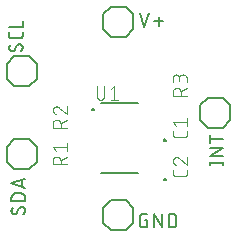
<source format=gbr>
G04 EAGLE Gerber RS-274X export*
G75*
%MOMM*%
%FSLAX34Y34*%
%LPD*%
%INSilkscreen Top*%
%IPPOS*%
%AMOC8*
5,1,8,0,0,1.08239X$1,22.5*%
G01*
%ADD10C,0.152400*%
%ADD11C,0.076200*%
%ADD12C,0.127000*%


D10*
X139300Y80866D02*
X139354Y80868D01*
X139408Y80874D01*
X139462Y80883D01*
X139515Y80897D01*
X139566Y80914D01*
X139617Y80935D01*
X139665Y80959D01*
X139712Y80987D01*
X139757Y81018D01*
X139799Y81052D01*
X139839Y81089D01*
X139876Y81129D01*
X139910Y81171D01*
X139941Y81216D01*
X139969Y81263D01*
X139993Y81311D01*
X140014Y81362D01*
X140031Y81413D01*
X140045Y81466D01*
X140054Y81520D01*
X140060Y81574D01*
X140062Y81628D01*
X140060Y81682D01*
X140054Y81736D01*
X140045Y81790D01*
X140031Y81843D01*
X140014Y81894D01*
X139993Y81945D01*
X139969Y81993D01*
X139941Y82040D01*
X139910Y82085D01*
X139876Y82127D01*
X139839Y82167D01*
X139799Y82204D01*
X139757Y82238D01*
X139712Y82269D01*
X139665Y82297D01*
X139617Y82321D01*
X139566Y82342D01*
X139515Y82359D01*
X139462Y82373D01*
X139408Y82382D01*
X139354Y82388D01*
X139300Y82390D01*
X139246Y82388D01*
X139192Y82382D01*
X139138Y82373D01*
X139085Y82359D01*
X139034Y82342D01*
X138983Y82321D01*
X138935Y82297D01*
X138888Y82269D01*
X138843Y82238D01*
X138801Y82204D01*
X138761Y82167D01*
X138724Y82127D01*
X138690Y82085D01*
X138659Y82040D01*
X138631Y81993D01*
X138607Y81945D01*
X138586Y81894D01*
X138569Y81843D01*
X138555Y81790D01*
X138546Y81736D01*
X138540Y81682D01*
X138538Y81628D01*
X138540Y81574D01*
X138546Y81520D01*
X138555Y81466D01*
X138569Y81413D01*
X138586Y81362D01*
X138607Y81311D01*
X138631Y81263D01*
X138659Y81216D01*
X138690Y81171D01*
X138724Y81129D01*
X138761Y81089D01*
X138801Y81052D01*
X138843Y81018D01*
X138888Y80987D01*
X138935Y80959D01*
X138983Y80935D01*
X139034Y80914D01*
X139085Y80897D01*
X139138Y80883D01*
X139192Y80874D01*
X139246Y80868D01*
X139300Y80866D01*
D11*
X157969Y86868D02*
X157969Y89521D01*
X157969Y86868D02*
X157967Y86766D01*
X157961Y86665D01*
X157951Y86564D01*
X157938Y86463D01*
X157920Y86363D01*
X157899Y86264D01*
X157874Y86165D01*
X157845Y86068D01*
X157813Y85971D01*
X157777Y85876D01*
X157737Y85783D01*
X157694Y85691D01*
X157647Y85601D01*
X157596Y85512D01*
X157543Y85426D01*
X157486Y85342D01*
X157426Y85260D01*
X157363Y85180D01*
X157297Y85103D01*
X157228Y85028D01*
X157156Y84956D01*
X157081Y84887D01*
X157004Y84821D01*
X156924Y84758D01*
X156842Y84698D01*
X156758Y84641D01*
X156672Y84588D01*
X156583Y84537D01*
X156493Y84490D01*
X156401Y84447D01*
X156308Y84407D01*
X156213Y84371D01*
X156116Y84339D01*
X156019Y84310D01*
X155920Y84285D01*
X155821Y84264D01*
X155721Y84246D01*
X155620Y84233D01*
X155519Y84223D01*
X155418Y84217D01*
X155316Y84215D01*
X148684Y84215D01*
X148582Y84217D01*
X148481Y84223D01*
X148380Y84233D01*
X148279Y84246D01*
X148179Y84264D01*
X148080Y84285D01*
X147981Y84310D01*
X147884Y84339D01*
X147787Y84371D01*
X147692Y84407D01*
X147599Y84447D01*
X147507Y84490D01*
X147417Y84537D01*
X147328Y84588D01*
X147242Y84641D01*
X147158Y84698D01*
X147076Y84758D01*
X146996Y84821D01*
X146919Y84887D01*
X146844Y84956D01*
X146772Y85028D01*
X146703Y85103D01*
X146637Y85180D01*
X146574Y85260D01*
X146514Y85342D01*
X146457Y85426D01*
X146404Y85512D01*
X146353Y85601D01*
X146306Y85691D01*
X146263Y85783D01*
X146223Y85876D01*
X146187Y85971D01*
X146155Y86067D01*
X146126Y86165D01*
X146101Y86263D01*
X146080Y86363D01*
X146062Y86463D01*
X146049Y86564D01*
X146039Y86665D01*
X146033Y86766D01*
X146031Y86868D01*
X146031Y89521D01*
X148684Y93769D02*
X146031Y97085D01*
X157969Y97085D01*
X157969Y93769D02*
X157969Y100401D01*
D10*
X139300Y49290D02*
X139354Y49288D01*
X139408Y49282D01*
X139462Y49273D01*
X139515Y49259D01*
X139566Y49242D01*
X139617Y49221D01*
X139665Y49197D01*
X139712Y49169D01*
X139757Y49138D01*
X139799Y49104D01*
X139839Y49067D01*
X139876Y49027D01*
X139910Y48985D01*
X139941Y48940D01*
X139969Y48893D01*
X139993Y48845D01*
X140014Y48794D01*
X140031Y48743D01*
X140045Y48690D01*
X140054Y48636D01*
X140060Y48582D01*
X140062Y48528D01*
X140060Y48474D01*
X140054Y48420D01*
X140045Y48366D01*
X140031Y48313D01*
X140014Y48262D01*
X139993Y48211D01*
X139969Y48163D01*
X139941Y48116D01*
X139910Y48071D01*
X139876Y48029D01*
X139839Y47989D01*
X139799Y47952D01*
X139757Y47918D01*
X139712Y47887D01*
X139665Y47859D01*
X139617Y47835D01*
X139566Y47814D01*
X139515Y47797D01*
X139462Y47783D01*
X139408Y47774D01*
X139354Y47768D01*
X139300Y47766D01*
X139246Y47768D01*
X139192Y47774D01*
X139138Y47783D01*
X139085Y47797D01*
X139034Y47814D01*
X138983Y47835D01*
X138935Y47859D01*
X138888Y47887D01*
X138843Y47918D01*
X138801Y47952D01*
X138761Y47989D01*
X138724Y48029D01*
X138690Y48071D01*
X138659Y48116D01*
X138631Y48163D01*
X138607Y48211D01*
X138586Y48262D01*
X138569Y48313D01*
X138555Y48366D01*
X138546Y48420D01*
X138540Y48474D01*
X138538Y48528D01*
X138540Y48582D01*
X138546Y48636D01*
X138555Y48690D01*
X138569Y48743D01*
X138586Y48794D01*
X138607Y48845D01*
X138631Y48893D01*
X138659Y48940D01*
X138690Y48985D01*
X138724Y49027D01*
X138761Y49067D01*
X138801Y49104D01*
X138843Y49138D01*
X138888Y49169D01*
X138935Y49197D01*
X138983Y49221D01*
X139034Y49242D01*
X139085Y49259D01*
X139138Y49273D01*
X139192Y49282D01*
X139246Y49288D01*
X139300Y49290D01*
D11*
X157969Y53768D02*
X157969Y56421D01*
X157969Y53768D02*
X157967Y53666D01*
X157961Y53565D01*
X157951Y53464D01*
X157938Y53363D01*
X157920Y53263D01*
X157899Y53164D01*
X157874Y53065D01*
X157845Y52968D01*
X157813Y52871D01*
X157777Y52776D01*
X157737Y52683D01*
X157694Y52591D01*
X157647Y52501D01*
X157596Y52412D01*
X157543Y52326D01*
X157486Y52242D01*
X157426Y52160D01*
X157363Y52080D01*
X157297Y52003D01*
X157228Y51928D01*
X157156Y51856D01*
X157081Y51787D01*
X157004Y51721D01*
X156924Y51658D01*
X156842Y51598D01*
X156758Y51541D01*
X156672Y51488D01*
X156583Y51437D01*
X156493Y51390D01*
X156401Y51347D01*
X156308Y51307D01*
X156213Y51271D01*
X156116Y51239D01*
X156019Y51210D01*
X155920Y51185D01*
X155821Y51164D01*
X155721Y51146D01*
X155620Y51133D01*
X155519Y51123D01*
X155418Y51117D01*
X155316Y51115D01*
X148684Y51115D01*
X148582Y51117D01*
X148481Y51123D01*
X148380Y51133D01*
X148279Y51146D01*
X148179Y51164D01*
X148080Y51185D01*
X147981Y51210D01*
X147884Y51239D01*
X147787Y51271D01*
X147692Y51307D01*
X147599Y51347D01*
X147507Y51390D01*
X147417Y51437D01*
X147328Y51488D01*
X147242Y51541D01*
X147158Y51598D01*
X147076Y51658D01*
X146996Y51721D01*
X146919Y51787D01*
X146844Y51856D01*
X146772Y51928D01*
X146703Y52003D01*
X146637Y52080D01*
X146574Y52160D01*
X146514Y52242D01*
X146457Y52326D01*
X146404Y52412D01*
X146353Y52501D01*
X146306Y52591D01*
X146263Y52683D01*
X146223Y52776D01*
X146187Y52871D01*
X146155Y52967D01*
X146126Y53065D01*
X146101Y53163D01*
X146080Y53263D01*
X146062Y53363D01*
X146049Y53464D01*
X146039Y53565D01*
X146033Y53666D01*
X146031Y53768D01*
X146031Y56421D01*
X146031Y64317D02*
X146033Y64424D01*
X146039Y64530D01*
X146048Y64636D01*
X146061Y64742D01*
X146078Y64847D01*
X146099Y64952D01*
X146124Y65055D01*
X146152Y65158D01*
X146184Y65260D01*
X146219Y65360D01*
X146258Y65459D01*
X146301Y65557D01*
X146347Y65653D01*
X146396Y65748D01*
X146449Y65840D01*
X146505Y65931D01*
X146564Y66019D01*
X146626Y66106D01*
X146692Y66190D01*
X146760Y66272D01*
X146831Y66351D01*
X146905Y66428D01*
X146982Y66502D01*
X147061Y66573D01*
X147143Y66641D01*
X147227Y66707D01*
X147314Y66769D01*
X147402Y66828D01*
X147493Y66884D01*
X147585Y66937D01*
X147680Y66986D01*
X147776Y67032D01*
X147874Y67075D01*
X147973Y67114D01*
X148073Y67149D01*
X148175Y67181D01*
X148278Y67209D01*
X148381Y67234D01*
X148486Y67255D01*
X148591Y67272D01*
X148697Y67285D01*
X148803Y67294D01*
X148909Y67300D01*
X149016Y67302D01*
X146031Y64317D02*
X146033Y64196D01*
X146039Y64076D01*
X146048Y63956D01*
X146061Y63836D01*
X146078Y63717D01*
X146099Y63598D01*
X146123Y63480D01*
X146152Y63363D01*
X146183Y63247D01*
X146219Y63131D01*
X146258Y63017D01*
X146301Y62905D01*
X146347Y62793D01*
X146396Y62683D01*
X146450Y62575D01*
X146506Y62469D01*
X146566Y62364D01*
X146629Y62261D01*
X146695Y62161D01*
X146764Y62062D01*
X146837Y61966D01*
X146912Y61872D01*
X146990Y61780D01*
X147072Y61691D01*
X147156Y61604D01*
X147242Y61520D01*
X147331Y61439D01*
X147423Y61361D01*
X147517Y61286D01*
X147614Y61214D01*
X147712Y61144D01*
X147813Y61078D01*
X147916Y61015D01*
X148021Y60956D01*
X148127Y60899D01*
X148236Y60846D01*
X148345Y60797D01*
X148457Y60751D01*
X148570Y60708D01*
X148684Y60670D01*
X151338Y66307D02*
X151258Y66387D01*
X151176Y66465D01*
X151092Y66539D01*
X151004Y66611D01*
X150915Y66679D01*
X150822Y66745D01*
X150728Y66807D01*
X150632Y66865D01*
X150533Y66920D01*
X150433Y66972D01*
X150331Y67020D01*
X150227Y67065D01*
X150122Y67105D01*
X150015Y67142D01*
X149907Y67176D01*
X149798Y67205D01*
X149688Y67231D01*
X149577Y67252D01*
X149466Y67270D01*
X149354Y67284D01*
X149242Y67294D01*
X149129Y67300D01*
X149016Y67302D01*
X151337Y66306D02*
X157969Y60669D01*
X157969Y67301D01*
X56369Y61247D02*
X44431Y61247D01*
X44431Y64563D01*
X44433Y64677D01*
X44439Y64792D01*
X44449Y64906D01*
X44463Y65019D01*
X44480Y65133D01*
X44502Y65245D01*
X44527Y65357D01*
X44557Y65467D01*
X44590Y65577D01*
X44627Y65685D01*
X44667Y65792D01*
X44712Y65898D01*
X44759Y66002D01*
X44811Y66104D01*
X44866Y66204D01*
X44924Y66303D01*
X44986Y66399D01*
X45051Y66494D01*
X45119Y66585D01*
X45191Y66675D01*
X45265Y66762D01*
X45342Y66846D01*
X45423Y66928D01*
X45506Y67007D01*
X45591Y67083D01*
X45680Y67156D01*
X45770Y67225D01*
X45863Y67292D01*
X45959Y67355D01*
X46056Y67415D01*
X46156Y67472D01*
X46257Y67525D01*
X46360Y67575D01*
X46465Y67621D01*
X46571Y67664D01*
X46679Y67702D01*
X46788Y67737D01*
X46898Y67768D01*
X47009Y67796D01*
X47121Y67819D01*
X47234Y67839D01*
X47347Y67855D01*
X47461Y67867D01*
X47575Y67875D01*
X47690Y67879D01*
X47804Y67879D01*
X47919Y67875D01*
X48033Y67867D01*
X48147Y67855D01*
X48260Y67839D01*
X48373Y67819D01*
X48485Y67796D01*
X48596Y67768D01*
X48706Y67737D01*
X48815Y67702D01*
X48923Y67664D01*
X49029Y67621D01*
X49134Y67575D01*
X49237Y67525D01*
X49338Y67472D01*
X49438Y67415D01*
X49535Y67355D01*
X49631Y67292D01*
X49724Y67225D01*
X49814Y67156D01*
X49903Y67083D01*
X49988Y67007D01*
X50071Y66928D01*
X50152Y66846D01*
X50229Y66762D01*
X50303Y66675D01*
X50375Y66585D01*
X50443Y66494D01*
X50508Y66399D01*
X50570Y66303D01*
X50628Y66204D01*
X50683Y66104D01*
X50735Y66002D01*
X50782Y65898D01*
X50827Y65792D01*
X50867Y65685D01*
X50904Y65577D01*
X50937Y65467D01*
X50967Y65357D01*
X50992Y65245D01*
X51014Y65133D01*
X51031Y65019D01*
X51045Y64906D01*
X51055Y64792D01*
X51061Y64677D01*
X51063Y64563D01*
X51063Y61247D01*
X51063Y65226D02*
X56369Y67879D01*
X47084Y72613D02*
X44431Y75929D01*
X56369Y75929D01*
X56369Y72613D02*
X56369Y79245D01*
X56369Y92315D02*
X44431Y92315D01*
X44431Y95631D01*
X44433Y95745D01*
X44439Y95860D01*
X44449Y95974D01*
X44463Y96087D01*
X44480Y96201D01*
X44502Y96313D01*
X44527Y96425D01*
X44557Y96535D01*
X44590Y96645D01*
X44627Y96753D01*
X44667Y96860D01*
X44712Y96966D01*
X44759Y97070D01*
X44811Y97172D01*
X44866Y97272D01*
X44924Y97371D01*
X44986Y97467D01*
X45051Y97562D01*
X45119Y97653D01*
X45191Y97743D01*
X45265Y97830D01*
X45342Y97914D01*
X45423Y97996D01*
X45506Y98075D01*
X45591Y98151D01*
X45680Y98224D01*
X45770Y98293D01*
X45863Y98360D01*
X45959Y98423D01*
X46056Y98483D01*
X46156Y98540D01*
X46257Y98593D01*
X46360Y98643D01*
X46465Y98689D01*
X46571Y98732D01*
X46679Y98770D01*
X46788Y98805D01*
X46898Y98836D01*
X47009Y98864D01*
X47121Y98887D01*
X47234Y98907D01*
X47347Y98923D01*
X47461Y98935D01*
X47575Y98943D01*
X47690Y98947D01*
X47804Y98947D01*
X47919Y98943D01*
X48033Y98935D01*
X48147Y98923D01*
X48260Y98907D01*
X48373Y98887D01*
X48485Y98864D01*
X48596Y98836D01*
X48706Y98805D01*
X48815Y98770D01*
X48923Y98732D01*
X49029Y98689D01*
X49134Y98643D01*
X49237Y98593D01*
X49338Y98540D01*
X49438Y98483D01*
X49535Y98423D01*
X49631Y98360D01*
X49724Y98293D01*
X49814Y98224D01*
X49903Y98151D01*
X49988Y98075D01*
X50071Y97996D01*
X50152Y97914D01*
X50229Y97830D01*
X50303Y97743D01*
X50375Y97653D01*
X50443Y97562D01*
X50508Y97467D01*
X50570Y97371D01*
X50628Y97272D01*
X50683Y97172D01*
X50735Y97070D01*
X50782Y96966D01*
X50827Y96860D01*
X50867Y96753D01*
X50904Y96645D01*
X50937Y96535D01*
X50967Y96425D01*
X50992Y96313D01*
X51014Y96201D01*
X51031Y96087D01*
X51045Y95974D01*
X51055Y95860D01*
X51061Y95745D01*
X51063Y95631D01*
X51063Y92315D01*
X51063Y96294D02*
X56369Y98947D01*
X47416Y110313D02*
X47309Y110311D01*
X47203Y110305D01*
X47097Y110296D01*
X46991Y110283D01*
X46886Y110266D01*
X46781Y110245D01*
X46678Y110220D01*
X46575Y110192D01*
X46473Y110160D01*
X46373Y110125D01*
X46274Y110086D01*
X46176Y110043D01*
X46080Y109997D01*
X45985Y109948D01*
X45893Y109895D01*
X45802Y109839D01*
X45714Y109780D01*
X45627Y109718D01*
X45543Y109652D01*
X45461Y109584D01*
X45382Y109513D01*
X45305Y109439D01*
X45231Y109362D01*
X45160Y109283D01*
X45092Y109201D01*
X45026Y109117D01*
X44964Y109030D01*
X44905Y108942D01*
X44849Y108851D01*
X44796Y108759D01*
X44747Y108664D01*
X44701Y108568D01*
X44658Y108470D01*
X44619Y108371D01*
X44584Y108271D01*
X44552Y108169D01*
X44524Y108066D01*
X44499Y107963D01*
X44478Y107858D01*
X44461Y107753D01*
X44448Y107647D01*
X44439Y107541D01*
X44433Y107435D01*
X44431Y107328D01*
X44433Y107207D01*
X44439Y107087D01*
X44448Y106967D01*
X44461Y106847D01*
X44478Y106728D01*
X44499Y106609D01*
X44523Y106491D01*
X44552Y106374D01*
X44583Y106258D01*
X44619Y106142D01*
X44658Y106028D01*
X44701Y105916D01*
X44747Y105804D01*
X44796Y105694D01*
X44850Y105586D01*
X44906Y105480D01*
X44966Y105375D01*
X45029Y105272D01*
X45095Y105172D01*
X45164Y105073D01*
X45237Y104977D01*
X45312Y104883D01*
X45390Y104791D01*
X45472Y104702D01*
X45556Y104615D01*
X45642Y104531D01*
X45731Y104450D01*
X45823Y104372D01*
X45917Y104297D01*
X46014Y104225D01*
X46112Y104155D01*
X46213Y104089D01*
X46316Y104026D01*
X46421Y103967D01*
X46527Y103910D01*
X46636Y103857D01*
X46745Y103808D01*
X46857Y103762D01*
X46970Y103719D01*
X47084Y103681D01*
X49738Y109318D02*
X49658Y109398D01*
X49576Y109476D01*
X49492Y109550D01*
X49404Y109622D01*
X49315Y109690D01*
X49222Y109756D01*
X49128Y109818D01*
X49032Y109876D01*
X48933Y109931D01*
X48833Y109983D01*
X48731Y110031D01*
X48627Y110076D01*
X48522Y110116D01*
X48415Y110153D01*
X48307Y110187D01*
X48198Y110216D01*
X48088Y110242D01*
X47977Y110263D01*
X47866Y110281D01*
X47754Y110295D01*
X47642Y110305D01*
X47529Y110311D01*
X47416Y110313D01*
X49737Y109318D02*
X56369Y103681D01*
X56369Y110313D01*
X146031Y119347D02*
X157969Y119347D01*
X146031Y119347D02*
X146031Y122663D01*
X146033Y122777D01*
X146039Y122892D01*
X146049Y123006D01*
X146063Y123119D01*
X146080Y123233D01*
X146102Y123345D01*
X146127Y123457D01*
X146157Y123567D01*
X146190Y123677D01*
X146227Y123785D01*
X146267Y123892D01*
X146312Y123998D01*
X146359Y124102D01*
X146411Y124204D01*
X146466Y124304D01*
X146524Y124403D01*
X146586Y124499D01*
X146651Y124594D01*
X146719Y124685D01*
X146791Y124775D01*
X146865Y124862D01*
X146942Y124946D01*
X147023Y125028D01*
X147106Y125107D01*
X147191Y125183D01*
X147280Y125256D01*
X147370Y125325D01*
X147463Y125392D01*
X147559Y125455D01*
X147656Y125515D01*
X147756Y125572D01*
X147857Y125625D01*
X147960Y125675D01*
X148065Y125721D01*
X148171Y125764D01*
X148279Y125802D01*
X148388Y125837D01*
X148498Y125868D01*
X148609Y125896D01*
X148721Y125919D01*
X148834Y125939D01*
X148947Y125955D01*
X149061Y125967D01*
X149175Y125975D01*
X149290Y125979D01*
X149404Y125979D01*
X149519Y125975D01*
X149633Y125967D01*
X149747Y125955D01*
X149860Y125939D01*
X149973Y125919D01*
X150085Y125896D01*
X150196Y125868D01*
X150306Y125837D01*
X150415Y125802D01*
X150523Y125764D01*
X150629Y125721D01*
X150734Y125675D01*
X150837Y125625D01*
X150938Y125572D01*
X151038Y125515D01*
X151135Y125455D01*
X151231Y125392D01*
X151324Y125325D01*
X151414Y125256D01*
X151503Y125183D01*
X151588Y125107D01*
X151671Y125028D01*
X151752Y124946D01*
X151829Y124862D01*
X151903Y124775D01*
X151975Y124685D01*
X152043Y124594D01*
X152108Y124499D01*
X152170Y124403D01*
X152228Y124304D01*
X152283Y124204D01*
X152335Y124102D01*
X152382Y123998D01*
X152427Y123892D01*
X152467Y123785D01*
X152504Y123677D01*
X152537Y123567D01*
X152567Y123457D01*
X152592Y123345D01*
X152614Y123233D01*
X152631Y123119D01*
X152645Y123006D01*
X152655Y122892D01*
X152661Y122777D01*
X152663Y122663D01*
X152663Y119347D01*
X152663Y123326D02*
X157969Y125979D01*
X157969Y130713D02*
X157969Y134029D01*
X157967Y134143D01*
X157961Y134258D01*
X157951Y134372D01*
X157937Y134485D01*
X157920Y134599D01*
X157898Y134711D01*
X157873Y134823D01*
X157843Y134933D01*
X157810Y135043D01*
X157773Y135151D01*
X157733Y135258D01*
X157688Y135364D01*
X157641Y135468D01*
X157589Y135570D01*
X157534Y135670D01*
X157476Y135769D01*
X157414Y135865D01*
X157349Y135960D01*
X157281Y136051D01*
X157209Y136141D01*
X157135Y136228D01*
X157058Y136312D01*
X156977Y136394D01*
X156894Y136473D01*
X156809Y136549D01*
X156720Y136622D01*
X156630Y136691D01*
X156537Y136758D01*
X156441Y136821D01*
X156344Y136881D01*
X156244Y136938D01*
X156143Y136991D01*
X156040Y137041D01*
X155935Y137087D01*
X155829Y137130D01*
X155721Y137168D01*
X155612Y137203D01*
X155502Y137234D01*
X155391Y137262D01*
X155279Y137285D01*
X155166Y137305D01*
X155053Y137321D01*
X154939Y137333D01*
X154825Y137341D01*
X154710Y137345D01*
X154596Y137345D01*
X154481Y137341D01*
X154367Y137333D01*
X154253Y137321D01*
X154140Y137305D01*
X154027Y137285D01*
X153915Y137262D01*
X153804Y137234D01*
X153694Y137203D01*
X153585Y137168D01*
X153477Y137130D01*
X153371Y137087D01*
X153266Y137041D01*
X153163Y136991D01*
X153062Y136938D01*
X152962Y136881D01*
X152865Y136821D01*
X152769Y136758D01*
X152676Y136691D01*
X152586Y136622D01*
X152497Y136549D01*
X152412Y136473D01*
X152329Y136394D01*
X152248Y136312D01*
X152171Y136228D01*
X152097Y136141D01*
X152025Y136051D01*
X151957Y135960D01*
X151892Y135865D01*
X151830Y135769D01*
X151772Y135670D01*
X151717Y135570D01*
X151665Y135468D01*
X151618Y135364D01*
X151573Y135258D01*
X151533Y135151D01*
X151496Y135043D01*
X151463Y134933D01*
X151433Y134823D01*
X151408Y134711D01*
X151386Y134599D01*
X151369Y134485D01*
X151355Y134372D01*
X151345Y134258D01*
X151339Y134143D01*
X151337Y134029D01*
X146031Y134692D02*
X146031Y130713D01*
X146031Y134692D02*
X146033Y134794D01*
X146039Y134895D01*
X146049Y134996D01*
X146062Y135097D01*
X146080Y135197D01*
X146101Y135296D01*
X146126Y135395D01*
X146155Y135492D01*
X146187Y135589D01*
X146223Y135684D01*
X146263Y135777D01*
X146306Y135869D01*
X146353Y135959D01*
X146404Y136048D01*
X146457Y136134D01*
X146514Y136218D01*
X146574Y136300D01*
X146637Y136380D01*
X146703Y136457D01*
X146772Y136532D01*
X146844Y136604D01*
X146919Y136673D01*
X146996Y136739D01*
X147076Y136802D01*
X147158Y136862D01*
X147242Y136919D01*
X147328Y136972D01*
X147417Y137023D01*
X147507Y137070D01*
X147599Y137113D01*
X147692Y137153D01*
X147787Y137189D01*
X147884Y137221D01*
X147981Y137250D01*
X148080Y137275D01*
X148179Y137296D01*
X148279Y137314D01*
X148380Y137327D01*
X148481Y137337D01*
X148582Y137343D01*
X148684Y137345D01*
X148786Y137343D01*
X148887Y137337D01*
X148988Y137327D01*
X149089Y137314D01*
X149189Y137296D01*
X149288Y137275D01*
X149387Y137250D01*
X149484Y137221D01*
X149581Y137189D01*
X149676Y137153D01*
X149769Y137113D01*
X149861Y137070D01*
X149951Y137023D01*
X150040Y136972D01*
X150126Y136919D01*
X150210Y136862D01*
X150292Y136802D01*
X150372Y136739D01*
X150449Y136673D01*
X150524Y136604D01*
X150596Y136532D01*
X150665Y136457D01*
X150731Y136380D01*
X150794Y136300D01*
X150854Y136218D01*
X150911Y136134D01*
X150964Y136048D01*
X151015Y135959D01*
X151062Y135869D01*
X151105Y135777D01*
X151145Y135684D01*
X151181Y135589D01*
X151213Y135492D01*
X151242Y135395D01*
X151267Y135296D01*
X151288Y135197D01*
X151306Y135097D01*
X151319Y134996D01*
X151329Y134895D01*
X151335Y134794D01*
X151337Y134692D01*
X151337Y132039D01*
D10*
X116948Y54182D02*
X85452Y54182D01*
X85452Y113618D02*
X116948Y113618D01*
X79356Y107776D02*
X79354Y107722D01*
X79348Y107668D01*
X79339Y107614D01*
X79325Y107561D01*
X79308Y107510D01*
X79287Y107459D01*
X79263Y107411D01*
X79235Y107364D01*
X79204Y107319D01*
X79170Y107277D01*
X79133Y107237D01*
X79093Y107200D01*
X79051Y107166D01*
X79006Y107135D01*
X78959Y107107D01*
X78911Y107083D01*
X78860Y107062D01*
X78809Y107045D01*
X78756Y107031D01*
X78702Y107022D01*
X78648Y107016D01*
X78594Y107014D01*
X78540Y107016D01*
X78486Y107022D01*
X78432Y107031D01*
X78379Y107045D01*
X78328Y107062D01*
X78277Y107083D01*
X78229Y107107D01*
X78182Y107135D01*
X78137Y107166D01*
X78095Y107200D01*
X78055Y107237D01*
X78018Y107277D01*
X77984Y107319D01*
X77953Y107364D01*
X77925Y107411D01*
X77901Y107459D01*
X77880Y107510D01*
X77863Y107561D01*
X77849Y107614D01*
X77840Y107668D01*
X77834Y107722D01*
X77832Y107776D01*
X77834Y107830D01*
X77840Y107884D01*
X77849Y107938D01*
X77863Y107991D01*
X77880Y108042D01*
X77901Y108093D01*
X77925Y108141D01*
X77953Y108188D01*
X77984Y108233D01*
X78018Y108275D01*
X78055Y108315D01*
X78095Y108352D01*
X78137Y108386D01*
X78182Y108417D01*
X78229Y108445D01*
X78277Y108469D01*
X78328Y108490D01*
X78379Y108507D01*
X78432Y108521D01*
X78486Y108530D01*
X78540Y108536D01*
X78594Y108538D01*
X78648Y108536D01*
X78702Y108530D01*
X78756Y108521D01*
X78809Y108507D01*
X78860Y108490D01*
X78911Y108469D01*
X78959Y108445D01*
X79006Y108417D01*
X79051Y108386D01*
X79093Y108352D01*
X79133Y108315D01*
X79170Y108275D01*
X79204Y108233D01*
X79235Y108188D01*
X79263Y108141D01*
X79287Y108093D01*
X79308Y108042D01*
X79325Y107991D01*
X79339Y107938D01*
X79348Y107884D01*
X79354Y107830D01*
X79356Y107776D01*
D11*
X81515Y119347D02*
X81515Y127969D01*
X81515Y119347D02*
X81517Y119233D01*
X81523Y119118D01*
X81533Y119004D01*
X81547Y118891D01*
X81564Y118777D01*
X81586Y118665D01*
X81611Y118553D01*
X81641Y118443D01*
X81674Y118333D01*
X81711Y118225D01*
X81751Y118118D01*
X81796Y118012D01*
X81843Y117908D01*
X81895Y117806D01*
X81950Y117706D01*
X82008Y117607D01*
X82070Y117511D01*
X82135Y117416D01*
X82203Y117325D01*
X82275Y117235D01*
X82349Y117148D01*
X82426Y117064D01*
X82507Y116982D01*
X82590Y116903D01*
X82675Y116827D01*
X82764Y116754D01*
X82854Y116685D01*
X82947Y116618D01*
X83043Y116555D01*
X83140Y116495D01*
X83240Y116438D01*
X83341Y116385D01*
X83444Y116335D01*
X83549Y116289D01*
X83655Y116246D01*
X83763Y116208D01*
X83872Y116173D01*
X83982Y116142D01*
X84093Y116114D01*
X84205Y116091D01*
X84318Y116071D01*
X84431Y116055D01*
X84545Y116043D01*
X84659Y116035D01*
X84774Y116031D01*
X84888Y116031D01*
X85003Y116035D01*
X85117Y116043D01*
X85231Y116055D01*
X85344Y116071D01*
X85457Y116091D01*
X85569Y116114D01*
X85680Y116142D01*
X85790Y116173D01*
X85899Y116208D01*
X86007Y116246D01*
X86113Y116289D01*
X86218Y116335D01*
X86321Y116385D01*
X86422Y116438D01*
X86522Y116495D01*
X86619Y116555D01*
X86715Y116618D01*
X86808Y116685D01*
X86898Y116754D01*
X86987Y116827D01*
X87072Y116903D01*
X87155Y116982D01*
X87236Y117064D01*
X87313Y117148D01*
X87387Y117235D01*
X87459Y117325D01*
X87527Y117416D01*
X87592Y117511D01*
X87654Y117607D01*
X87712Y117706D01*
X87767Y117806D01*
X87819Y117908D01*
X87866Y118012D01*
X87911Y118118D01*
X87951Y118225D01*
X87988Y118333D01*
X88021Y118443D01*
X88051Y118553D01*
X88076Y118665D01*
X88098Y118777D01*
X88115Y118891D01*
X88129Y119004D01*
X88139Y119118D01*
X88145Y119233D01*
X88147Y119347D01*
X88147Y127969D01*
X93326Y125316D02*
X96642Y127969D01*
X96642Y116031D01*
X93326Y116031D02*
X99958Y116031D01*
D10*
X175650Y117700D02*
X188350Y117700D01*
X194700Y111350D01*
X194700Y98650D01*
X188350Y92300D01*
X169300Y98650D02*
X169300Y111350D01*
X175650Y117700D01*
X169300Y98650D02*
X175650Y92300D01*
X188350Y92300D01*
D12*
X188903Y62193D02*
X177473Y62193D01*
X188903Y60923D02*
X188903Y63463D01*
X177473Y63463D02*
X177473Y60923D01*
X177473Y68543D02*
X188903Y68543D01*
X188903Y74893D02*
X177473Y68543D01*
X177473Y74893D02*
X188903Y74893D01*
X188903Y82767D02*
X177473Y82767D01*
X177473Y79592D02*
X177473Y85942D01*
D10*
X106350Y194700D02*
X93650Y194700D01*
X106350Y194700D02*
X112700Y188350D01*
X112700Y175650D01*
X106350Y169300D01*
X87300Y175650D02*
X87300Y188350D01*
X93650Y194700D01*
X87300Y175650D02*
X93650Y169300D01*
X106350Y169300D01*
D12*
X121983Y177923D02*
X118173Y189353D01*
X125793Y189353D02*
X121983Y177923D01*
X130365Y182368D02*
X137985Y182368D01*
X134175Y178558D02*
X134175Y186178D01*
D10*
X24350Y152700D02*
X11650Y152700D01*
X24350Y152700D02*
X30700Y146350D01*
X30700Y133650D01*
X24350Y127300D01*
X5300Y133650D02*
X5300Y146350D01*
X11650Y152700D01*
X5300Y133650D02*
X11650Y127300D01*
X24350Y127300D01*
D12*
X18903Y160733D02*
X18901Y160833D01*
X18895Y160932D01*
X18885Y161032D01*
X18872Y161130D01*
X18854Y161229D01*
X18833Y161326D01*
X18808Y161422D01*
X18779Y161518D01*
X18746Y161612D01*
X18710Y161705D01*
X18670Y161796D01*
X18626Y161886D01*
X18579Y161974D01*
X18529Y162060D01*
X18475Y162144D01*
X18418Y162226D01*
X18358Y162305D01*
X18294Y162383D01*
X18228Y162457D01*
X18159Y162529D01*
X18087Y162598D01*
X18013Y162664D01*
X17935Y162728D01*
X17856Y162788D01*
X17774Y162845D01*
X17690Y162899D01*
X17604Y162949D01*
X17516Y162996D01*
X17426Y163040D01*
X17335Y163080D01*
X17242Y163116D01*
X17148Y163149D01*
X17052Y163178D01*
X16956Y163203D01*
X16859Y163224D01*
X16760Y163242D01*
X16662Y163255D01*
X16562Y163265D01*
X16463Y163271D01*
X16363Y163273D01*
X18903Y160733D02*
X18901Y160592D01*
X18896Y160451D01*
X18886Y160310D01*
X18873Y160169D01*
X18857Y160029D01*
X18836Y159889D01*
X18812Y159750D01*
X18784Y159611D01*
X18753Y159474D01*
X18718Y159337D01*
X18680Y159201D01*
X18638Y159066D01*
X18592Y158933D01*
X18543Y158800D01*
X18490Y158669D01*
X18434Y158540D01*
X18375Y158411D01*
X18312Y158285D01*
X18246Y158160D01*
X18177Y158037D01*
X18104Y157916D01*
X18028Y157797D01*
X17949Y157679D01*
X17868Y157564D01*
X17783Y157452D01*
X17695Y157341D01*
X17604Y157233D01*
X17511Y157127D01*
X17414Y157024D01*
X17315Y156923D01*
X10013Y157241D02*
X9913Y157243D01*
X9814Y157249D01*
X9714Y157259D01*
X9616Y157272D01*
X9517Y157290D01*
X9420Y157311D01*
X9324Y157336D01*
X9228Y157365D01*
X9134Y157398D01*
X9041Y157434D01*
X8950Y157474D01*
X8860Y157518D01*
X8772Y157565D01*
X8686Y157615D01*
X8602Y157669D01*
X8520Y157726D01*
X8441Y157786D01*
X8363Y157850D01*
X8289Y157916D01*
X8217Y157985D01*
X8148Y158057D01*
X8082Y158131D01*
X8018Y158209D01*
X7958Y158288D01*
X7901Y158370D01*
X7847Y158454D01*
X7797Y158540D01*
X7750Y158628D01*
X7706Y158718D01*
X7666Y158809D01*
X7630Y158902D01*
X7597Y158996D01*
X7568Y159092D01*
X7543Y159188D01*
X7522Y159285D01*
X7504Y159384D01*
X7491Y159482D01*
X7481Y159582D01*
X7475Y159681D01*
X7473Y159781D01*
X7475Y159914D01*
X7480Y160047D01*
X7490Y160180D01*
X7503Y160313D01*
X7520Y160445D01*
X7540Y160577D01*
X7564Y160708D01*
X7592Y160838D01*
X7623Y160968D01*
X7658Y161096D01*
X7697Y161224D01*
X7739Y161350D01*
X7785Y161475D01*
X7834Y161599D01*
X7886Y161722D01*
X7942Y161843D01*
X8002Y161962D01*
X8064Y162080D01*
X8130Y162195D01*
X8199Y162309D01*
X8272Y162421D01*
X8347Y162531D01*
X8426Y162639D01*
X12236Y158510D02*
X12184Y158426D01*
X12129Y158343D01*
X12070Y158263D01*
X12009Y158185D01*
X11945Y158110D01*
X11877Y158037D01*
X11807Y157966D01*
X11735Y157899D01*
X11660Y157834D01*
X11582Y157772D01*
X11502Y157713D01*
X11420Y157657D01*
X11336Y157605D01*
X11250Y157556D01*
X11162Y157510D01*
X11072Y157467D01*
X10981Y157428D01*
X10888Y157393D01*
X10794Y157361D01*
X10699Y157333D01*
X10603Y157308D01*
X10506Y157288D01*
X10408Y157270D01*
X10310Y157257D01*
X10211Y157248D01*
X10112Y157242D01*
X10013Y157240D01*
X14140Y162003D02*
X14192Y162087D01*
X14247Y162170D01*
X14306Y162250D01*
X14367Y162328D01*
X14431Y162403D01*
X14499Y162476D01*
X14569Y162547D01*
X14641Y162614D01*
X14716Y162679D01*
X14794Y162741D01*
X14874Y162800D01*
X14956Y162856D01*
X15040Y162908D01*
X15126Y162957D01*
X15214Y163003D01*
X15304Y163046D01*
X15395Y163085D01*
X15488Y163120D01*
X15582Y163152D01*
X15677Y163180D01*
X15773Y163205D01*
X15870Y163225D01*
X15968Y163243D01*
X16066Y163256D01*
X16165Y163265D01*
X16264Y163271D01*
X16363Y163273D01*
X14141Y162003D02*
X12236Y158511D01*
X18903Y170475D02*
X18903Y173015D01*
X18903Y170475D02*
X18901Y170375D01*
X18895Y170276D01*
X18885Y170176D01*
X18872Y170078D01*
X18854Y169979D01*
X18833Y169882D01*
X18808Y169786D01*
X18779Y169690D01*
X18746Y169596D01*
X18710Y169503D01*
X18670Y169412D01*
X18626Y169322D01*
X18579Y169234D01*
X18529Y169148D01*
X18475Y169064D01*
X18418Y168982D01*
X18358Y168903D01*
X18294Y168825D01*
X18228Y168751D01*
X18159Y168679D01*
X18087Y168610D01*
X18013Y168544D01*
X17935Y168480D01*
X17856Y168420D01*
X17774Y168363D01*
X17690Y168309D01*
X17604Y168259D01*
X17516Y168212D01*
X17426Y168168D01*
X17335Y168128D01*
X17242Y168092D01*
X17148Y168059D01*
X17052Y168030D01*
X16956Y168005D01*
X16859Y167984D01*
X16760Y167966D01*
X16662Y167953D01*
X16562Y167943D01*
X16463Y167937D01*
X16363Y167935D01*
X10013Y167935D01*
X9913Y167937D01*
X9814Y167943D01*
X9714Y167953D01*
X9616Y167966D01*
X9517Y167984D01*
X9420Y168005D01*
X9324Y168030D01*
X9228Y168059D01*
X9134Y168092D01*
X9041Y168128D01*
X8950Y168168D01*
X8860Y168212D01*
X8772Y168259D01*
X8686Y168309D01*
X8602Y168363D01*
X8520Y168420D01*
X8441Y168480D01*
X8363Y168544D01*
X8289Y168610D01*
X8217Y168679D01*
X8148Y168751D01*
X8082Y168825D01*
X8018Y168903D01*
X7958Y168982D01*
X7901Y169064D01*
X7847Y169148D01*
X7797Y169234D01*
X7750Y169322D01*
X7706Y169412D01*
X7666Y169503D01*
X7630Y169596D01*
X7597Y169690D01*
X7568Y169786D01*
X7543Y169882D01*
X7522Y169979D01*
X7504Y170078D01*
X7491Y170176D01*
X7481Y170276D01*
X7475Y170375D01*
X7473Y170475D01*
X7473Y173015D01*
X7473Y177903D02*
X18903Y177903D01*
X18903Y182983D01*
D10*
X24350Y82700D02*
X11650Y82700D01*
X24350Y82700D02*
X30700Y76350D01*
X30700Y63650D01*
X24350Y57300D01*
X5300Y63650D02*
X5300Y76350D01*
X11650Y82700D01*
X5300Y63650D02*
X11650Y57300D01*
X24350Y57300D01*
D12*
X18363Y25273D02*
X18463Y25271D01*
X18562Y25265D01*
X18662Y25255D01*
X18760Y25242D01*
X18859Y25224D01*
X18956Y25203D01*
X19052Y25178D01*
X19148Y25149D01*
X19242Y25116D01*
X19335Y25080D01*
X19426Y25040D01*
X19516Y24996D01*
X19604Y24949D01*
X19690Y24899D01*
X19774Y24845D01*
X19856Y24788D01*
X19935Y24728D01*
X20013Y24664D01*
X20087Y24598D01*
X20159Y24529D01*
X20228Y24457D01*
X20294Y24383D01*
X20358Y24305D01*
X20418Y24226D01*
X20475Y24144D01*
X20529Y24060D01*
X20579Y23974D01*
X20626Y23886D01*
X20670Y23796D01*
X20710Y23705D01*
X20746Y23612D01*
X20779Y23518D01*
X20808Y23422D01*
X20833Y23326D01*
X20854Y23229D01*
X20872Y23130D01*
X20885Y23032D01*
X20895Y22932D01*
X20901Y22833D01*
X20903Y22733D01*
X20901Y22592D01*
X20896Y22451D01*
X20886Y22310D01*
X20873Y22169D01*
X20857Y22029D01*
X20836Y21889D01*
X20812Y21750D01*
X20784Y21611D01*
X20753Y21474D01*
X20718Y21337D01*
X20680Y21201D01*
X20638Y21066D01*
X20592Y20933D01*
X20543Y20800D01*
X20490Y20669D01*
X20434Y20540D01*
X20375Y20411D01*
X20312Y20285D01*
X20246Y20160D01*
X20177Y20037D01*
X20104Y19916D01*
X20028Y19797D01*
X19949Y19679D01*
X19868Y19564D01*
X19783Y19452D01*
X19695Y19341D01*
X19604Y19233D01*
X19511Y19127D01*
X19414Y19024D01*
X19315Y18923D01*
X12013Y19241D02*
X11913Y19243D01*
X11814Y19249D01*
X11714Y19259D01*
X11616Y19272D01*
X11517Y19290D01*
X11420Y19311D01*
X11324Y19336D01*
X11228Y19365D01*
X11134Y19398D01*
X11041Y19434D01*
X10950Y19474D01*
X10860Y19518D01*
X10772Y19565D01*
X10686Y19615D01*
X10602Y19669D01*
X10520Y19726D01*
X10441Y19786D01*
X10363Y19850D01*
X10289Y19916D01*
X10217Y19985D01*
X10148Y20057D01*
X10082Y20131D01*
X10018Y20209D01*
X9958Y20288D01*
X9901Y20370D01*
X9847Y20454D01*
X9797Y20540D01*
X9750Y20628D01*
X9706Y20718D01*
X9666Y20809D01*
X9630Y20902D01*
X9597Y20996D01*
X9568Y21092D01*
X9543Y21188D01*
X9522Y21285D01*
X9504Y21384D01*
X9491Y21482D01*
X9481Y21582D01*
X9475Y21681D01*
X9473Y21781D01*
X9475Y21914D01*
X9480Y22047D01*
X9490Y22180D01*
X9503Y22313D01*
X9520Y22445D01*
X9540Y22577D01*
X9564Y22708D01*
X9592Y22838D01*
X9623Y22968D01*
X9658Y23096D01*
X9697Y23224D01*
X9739Y23350D01*
X9785Y23475D01*
X9834Y23599D01*
X9886Y23722D01*
X9942Y23843D01*
X10002Y23962D01*
X10064Y24080D01*
X10130Y24195D01*
X10199Y24309D01*
X10272Y24421D01*
X10347Y24531D01*
X10426Y24639D01*
X14236Y20510D02*
X14184Y20426D01*
X14129Y20343D01*
X14070Y20263D01*
X14009Y20185D01*
X13945Y20110D01*
X13877Y20037D01*
X13807Y19966D01*
X13735Y19899D01*
X13660Y19834D01*
X13582Y19772D01*
X13502Y19713D01*
X13420Y19657D01*
X13336Y19605D01*
X13250Y19556D01*
X13162Y19510D01*
X13072Y19467D01*
X12981Y19428D01*
X12888Y19393D01*
X12794Y19361D01*
X12699Y19333D01*
X12603Y19308D01*
X12506Y19288D01*
X12408Y19270D01*
X12310Y19257D01*
X12211Y19248D01*
X12112Y19242D01*
X12013Y19240D01*
X16140Y24003D02*
X16192Y24087D01*
X16247Y24170D01*
X16306Y24250D01*
X16367Y24328D01*
X16431Y24403D01*
X16499Y24476D01*
X16569Y24547D01*
X16641Y24614D01*
X16716Y24679D01*
X16794Y24741D01*
X16874Y24800D01*
X16956Y24856D01*
X17040Y24908D01*
X17126Y24957D01*
X17214Y25003D01*
X17304Y25046D01*
X17395Y25085D01*
X17488Y25120D01*
X17582Y25152D01*
X17677Y25180D01*
X17773Y25205D01*
X17870Y25225D01*
X17968Y25243D01*
X18066Y25256D01*
X18165Y25265D01*
X18264Y25271D01*
X18363Y25273D01*
X16141Y24003D02*
X14236Y20511D01*
X9473Y30353D02*
X20903Y30353D01*
X9473Y30353D02*
X9473Y33528D01*
X9475Y33639D01*
X9481Y33749D01*
X9490Y33860D01*
X9504Y33970D01*
X9521Y34079D01*
X9542Y34188D01*
X9567Y34296D01*
X9596Y34403D01*
X9628Y34509D01*
X9664Y34614D01*
X9704Y34717D01*
X9747Y34819D01*
X9794Y34920D01*
X9845Y35019D01*
X9898Y35115D01*
X9955Y35210D01*
X10016Y35303D01*
X10079Y35394D01*
X10146Y35483D01*
X10216Y35569D01*
X10289Y35652D01*
X10364Y35734D01*
X10442Y35812D01*
X10524Y35887D01*
X10607Y35960D01*
X10693Y36030D01*
X10782Y36097D01*
X10873Y36160D01*
X10966Y36221D01*
X11060Y36278D01*
X11157Y36331D01*
X11256Y36382D01*
X11357Y36429D01*
X11459Y36472D01*
X11562Y36512D01*
X11667Y36548D01*
X11773Y36580D01*
X11880Y36609D01*
X11988Y36634D01*
X12097Y36655D01*
X12206Y36672D01*
X12316Y36686D01*
X12427Y36695D01*
X12537Y36701D01*
X12648Y36703D01*
X17728Y36703D01*
X17839Y36701D01*
X17949Y36695D01*
X18060Y36686D01*
X18170Y36672D01*
X18279Y36655D01*
X18388Y36634D01*
X18496Y36609D01*
X18603Y36580D01*
X18709Y36548D01*
X18814Y36512D01*
X18917Y36472D01*
X19019Y36429D01*
X19120Y36382D01*
X19219Y36331D01*
X19316Y36278D01*
X19410Y36221D01*
X19503Y36160D01*
X19594Y36097D01*
X19683Y36030D01*
X19769Y35960D01*
X19852Y35887D01*
X19934Y35812D01*
X20012Y35734D01*
X20087Y35652D01*
X20160Y35569D01*
X20230Y35483D01*
X20297Y35394D01*
X20360Y35303D01*
X20421Y35210D01*
X20478Y35116D01*
X20531Y35019D01*
X20582Y34920D01*
X20629Y34819D01*
X20672Y34717D01*
X20712Y34614D01*
X20748Y34509D01*
X20780Y34403D01*
X20809Y34296D01*
X20834Y34188D01*
X20855Y34079D01*
X20872Y33970D01*
X20886Y33860D01*
X20895Y33749D01*
X20901Y33639D01*
X20903Y33528D01*
X20903Y30353D01*
X20903Y41529D02*
X9473Y45339D01*
X20903Y49149D01*
X18046Y48197D02*
X18046Y42482D01*
D10*
X93650Y30700D02*
X106350Y30700D01*
X112700Y24350D01*
X112700Y11650D01*
X106350Y5300D01*
X87300Y11650D02*
X87300Y24350D01*
X93650Y30700D01*
X87300Y11650D02*
X93650Y5300D01*
X106350Y5300D01*
D12*
X122618Y14273D02*
X124523Y14273D01*
X124523Y7923D01*
X120713Y7923D01*
X120613Y7925D01*
X120514Y7931D01*
X120414Y7941D01*
X120316Y7954D01*
X120217Y7972D01*
X120120Y7993D01*
X120024Y8018D01*
X119928Y8047D01*
X119834Y8080D01*
X119741Y8116D01*
X119650Y8156D01*
X119560Y8200D01*
X119472Y8247D01*
X119386Y8297D01*
X119302Y8351D01*
X119220Y8408D01*
X119141Y8468D01*
X119063Y8532D01*
X118989Y8598D01*
X118917Y8667D01*
X118848Y8739D01*
X118782Y8813D01*
X118718Y8891D01*
X118658Y8970D01*
X118601Y9052D01*
X118547Y9136D01*
X118497Y9222D01*
X118450Y9310D01*
X118406Y9400D01*
X118366Y9491D01*
X118330Y9584D01*
X118297Y9678D01*
X118268Y9774D01*
X118243Y9870D01*
X118222Y9967D01*
X118204Y10066D01*
X118191Y10164D01*
X118181Y10264D01*
X118175Y10363D01*
X118173Y10463D01*
X118173Y16813D01*
X118175Y16913D01*
X118181Y17012D01*
X118191Y17112D01*
X118204Y17210D01*
X118222Y17309D01*
X118243Y17406D01*
X118268Y17502D01*
X118297Y17598D01*
X118330Y17692D01*
X118366Y17785D01*
X118406Y17876D01*
X118450Y17966D01*
X118497Y18054D01*
X118547Y18140D01*
X118601Y18224D01*
X118658Y18306D01*
X118718Y18385D01*
X118782Y18463D01*
X118848Y18537D01*
X118917Y18609D01*
X118989Y18678D01*
X119063Y18744D01*
X119141Y18808D01*
X119220Y18868D01*
X119302Y18925D01*
X119386Y18979D01*
X119472Y19029D01*
X119560Y19076D01*
X119650Y19120D01*
X119741Y19160D01*
X119834Y19196D01*
X119928Y19229D01*
X120024Y19258D01*
X120120Y19283D01*
X120217Y19304D01*
X120316Y19322D01*
X120414Y19335D01*
X120514Y19345D01*
X120613Y19351D01*
X120713Y19353D01*
X124523Y19353D01*
X130365Y19353D02*
X130365Y7923D01*
X136715Y7923D02*
X130365Y19353D01*
X136715Y19353D02*
X136715Y7923D01*
X142557Y7923D02*
X142557Y19353D01*
X145732Y19353D01*
X145843Y19351D01*
X145953Y19345D01*
X146064Y19336D01*
X146174Y19322D01*
X146283Y19305D01*
X146392Y19284D01*
X146500Y19259D01*
X146607Y19230D01*
X146713Y19198D01*
X146818Y19162D01*
X146921Y19122D01*
X147023Y19079D01*
X147124Y19032D01*
X147223Y18981D01*
X147320Y18928D01*
X147414Y18871D01*
X147507Y18810D01*
X147598Y18747D01*
X147687Y18680D01*
X147773Y18610D01*
X147856Y18537D01*
X147938Y18462D01*
X148016Y18384D01*
X148091Y18302D01*
X148164Y18219D01*
X148234Y18133D01*
X148301Y18044D01*
X148364Y17953D01*
X148425Y17860D01*
X148482Y17766D01*
X148535Y17669D01*
X148586Y17570D01*
X148633Y17469D01*
X148676Y17367D01*
X148716Y17264D01*
X148752Y17159D01*
X148784Y17053D01*
X148813Y16946D01*
X148838Y16838D01*
X148859Y16729D01*
X148876Y16620D01*
X148890Y16510D01*
X148899Y16399D01*
X148905Y16289D01*
X148907Y16178D01*
X148907Y11098D01*
X148905Y10987D01*
X148899Y10877D01*
X148890Y10766D01*
X148876Y10656D01*
X148859Y10547D01*
X148838Y10438D01*
X148813Y10330D01*
X148784Y10223D01*
X148752Y10117D01*
X148716Y10012D01*
X148676Y9909D01*
X148633Y9807D01*
X148586Y9706D01*
X148535Y9607D01*
X148482Y9510D01*
X148425Y9416D01*
X148364Y9323D01*
X148301Y9232D01*
X148234Y9143D01*
X148164Y9057D01*
X148091Y8974D01*
X148016Y8892D01*
X147938Y8814D01*
X147856Y8739D01*
X147773Y8666D01*
X147687Y8596D01*
X147598Y8529D01*
X147507Y8466D01*
X147414Y8405D01*
X147319Y8348D01*
X147223Y8295D01*
X147124Y8244D01*
X147023Y8197D01*
X146921Y8154D01*
X146818Y8114D01*
X146713Y8078D01*
X146607Y8046D01*
X146500Y8017D01*
X146392Y7992D01*
X146283Y7971D01*
X146174Y7954D01*
X146064Y7940D01*
X145953Y7931D01*
X145843Y7925D01*
X145732Y7923D01*
X142557Y7923D01*
M02*

</source>
